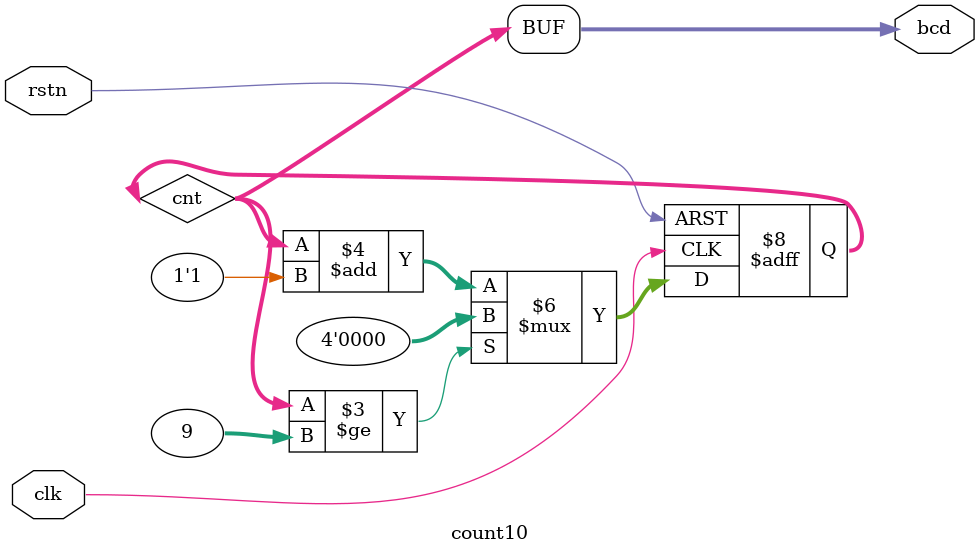
<source format=v>
module count10(clk, rstn, bcd);
input clk, rstn; //Reloj de 1Hz para contador
output [3:0] bcd;//Bus de salida del contador
reg[3:0] cnt;    //Registro contador 4-bit
assign bcd = cnt;//Asigna el registro a la salida
always @(posedge clk, negedge rstn) 
  if(!rstn) cnt <= 0; 
  else
    if(cnt >= 9) cnt <= 0;//Reinicio contador
    else cnt <= cnt + 1'b1;  //Incremento contador
endmodule

</source>
